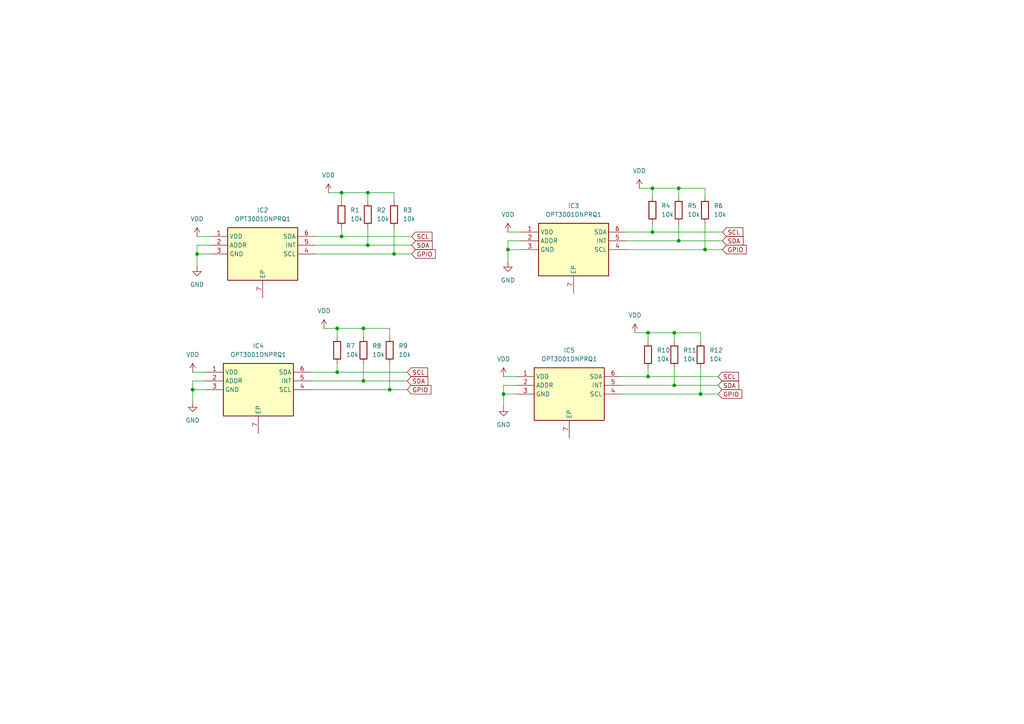
<source format=kicad_sch>
(kicad_sch (version 20250114) (generator "eeschema") (generator_version "9.0")
  (paper "A4")
  (lib_symbols
    (symbol "Device:R" (pin_numbers (hide yes)) (pin_names (offset 0))
      (property "Reference" "R" (at 2.032 0 90))
      (property "Value" "R" (at 0 0 90))
      (symbol "R_0_1"
        (rectangle (start -1.016 -2.54) (end 1.016 2.54) (stroke (width 0.254)))
      )
      (symbol "R_1_1"
        (pin passive line (at 0 3.81 270) (length 1.27) (name "~") (number "1"))
        (pin passive line (at 0 -3.81 90) (length 1.27) (name "~") (number "2"))
      )
    )
    (symbol "OPT3001DNPRQ1:OPT3001DNPRQ1"
      (property "Reference" "IC" (at 26.67 7.62 0))
      (property "Value" "OPT3001DNPRQ1" (at 26.67 5.08 0))
      (symbol "OPT3001DNPRQ1_1_1"
        (rectangle (start 5.08 2.54) (end 25.4 -12.7) (stroke (width 0.254)) (fill (type background)))
        (pin passive line (at 0 0 0) (length 5.08) (name "VDD") (number "1"))
        (pin passive line (at 0 -2.54 0) (length 5.08) (name "ADDR") (number "2"))
        (pin passive line (at 0 -5.08 0) (length 5.08) (name "GND") (number "3"))
        (pin passive line (at 15.24 -17.78 90) (length 5.08) (name "EP") (number "7"))
        (pin passive line (at 30.48 0 180) (length 5.08) (name "SDA") (number "6"))
        (pin passive line (at 30.48 -2.54 180) (length 5.08) (name "INT") (number "5"))
        (pin passive line (at 30.48 -5.08 180) (length 5.08) (name "SCL") (number "4"))
      )
    )
    (symbol "power:GND" (power) (pin_numbers (hide yes)) (pin_names (offset 0) (hide yes))
      (property "Value" "GND" (at 0 -3.81 0))
      (symbol "GND_0_1"
        (polyline (pts (xy 0 0) (xy 0 -1.27) (xy 1.27 -1.27) (xy 0 -2.54) (xy -1.27 -1.27) (xy 0 -1.27)))
      )
      (symbol "GND_1_1"
        (pin power_in line (at 0 0 270) (length 0) (name "~") (number "1"))
      )
    )
    (symbol "power:VDD" (power) (pin_numbers (hide yes)) (pin_names (offset 0) (hide yes))
      (property "Value" "VDD" (at 0 3.556 0))
      (symbol "VDD_0_1"
        (polyline (pts (xy -0.762 1.27) (xy 0 2.54)))
        (polyline (pts (xy 0 2.54) (xy 0.762 1.27)))
        (polyline (pts (xy 0 0) (xy 0 2.54)))
      )
      (symbol "VDD_1_1"
        (pin power_in line (at 0 0 90) (length 0) (name "~") (number "1"))
      )
    )
  )
  (junction (at 147.32 72.39))
  (junction (at 97.79 95.25))
  (junction (at 105.41 110.49))
  (junction (at 146.05 114.3))
  (junction (at 57.15 73.66))
  (junction (at 196.85 54.61))
  (junction (at 204.47 72.39))
  (junction (at 113.03 113.03))
  (junction (at 105.41 95.25))
  (junction (at 195.58 111.76))
  (junction (at 196.85 69.85))
  (junction (at 187.96 109.22))
  (junction (at 187.96 96.52))
  (junction (at 99.06 68.58))
  (junction (at 195.58 96.52))
  (junction (at 189.23 54.61))
  (junction (at 99.06 55.88))
  (junction (at 189.23 67.31))
  (junction (at 106.68 71.12))
  (junction (at 55.88 113.03))
  (junction (at 97.79 107.95))
  (junction (at 106.68 55.88))
  (junction (at 114.3 73.66))
  (junction (at 203.2 114.3))
  (wire (pts (xy 196.85 64.77) (xy 196.85 69.85)))
  (wire (pts (xy 93.98 95.25) (xy 97.79 95.25)))
  (wire (pts (xy 195.58 111.76) (xy 208.28 111.76)))
  (wire (pts (xy 90.17 107.95) (xy 97.79 107.95)))
  (wire (pts (xy 105.41 105.41) (xy 105.41 110.49)))
  (wire (pts (xy 146.05 114.3) (xy 146.05 118.11)))
  (wire (pts (xy 97.79 95.25) (xy 97.79 97.79)))
  (wire (pts (xy 149.86 114.3) (xy 146.05 114.3)))
  (wire (pts (xy 95.25 55.88) (xy 99.06 55.88)))
  (wire (pts (xy 114.3 66.04) (xy 114.3 73.66)))
  (wire (pts (xy 189.23 67.31) (xy 209.55 67.31)))
  (wire (pts (xy 90.17 110.49) (xy 105.41 110.49)))
  (wire (pts (xy 196.85 54.61) (xy 196.85 57.15)))
  (wire (pts (xy 180.34 111.76) (xy 195.58 111.76)))
  (wire (pts (xy 195.58 96.52) (xy 195.58 99.06)))
  (wire (pts (xy 151.13 69.85) (xy 147.32 69.85)))
  (wire (pts (xy 99.06 55.88) (xy 99.06 58.42)))
  (wire (pts (xy 60.96 73.66) (xy 57.15 73.66)))
  (wire (pts (xy 99.06 68.58) (xy 119.38 68.58)))
  (wire (pts (xy 147.32 72.39) (xy 147.32 76.2)))
  (wire (pts (xy 97.79 107.95) (xy 118.11 107.95)))
  (wire (pts (xy 187.96 109.22) (xy 208.28 109.22)))
  (wire (pts (xy 185.42 54.61) (xy 189.23 54.61)))
  (wire (pts (xy 99.06 55.88) (xy 106.68 55.88)))
  (wire (pts (xy 147.32 69.85) (xy 147.32 72.39)))
  (wire (pts (xy 181.61 69.85) (xy 196.85 69.85)))
  (wire (pts (xy 57.15 71.12) (xy 57.15 73.66)))
  (wire (pts (xy 151.13 72.39) (xy 147.32 72.39)))
  (wire (pts (xy 203.2 114.3) (xy 208.28 114.3)))
  (wire (pts (xy 97.79 95.25) (xy 105.41 95.25)))
  (wire (pts (xy 196.85 54.61) (xy 204.47 54.61)))
  (wire (pts (xy 59.69 110.49) (xy 55.88 110.49)))
  (wire (pts (xy 149.86 111.76) (xy 146.05 111.76)))
  (wire (pts (xy 184.15 96.52) (xy 187.96 96.52)))
  (wire (pts (xy 57.15 68.58) (xy 60.96 68.58)))
  (wire (pts (xy 106.68 55.88) (xy 114.3 55.88)))
  (wire (pts (xy 91.44 71.12) (xy 106.68 71.12)))
  (wire (pts (xy 55.88 107.95) (xy 59.69 107.95)))
  (wire (pts (xy 106.68 71.12) (xy 119.38 71.12)))
  (wire (pts (xy 187.96 106.68) (xy 187.96 109.22)))
  (wire (pts (xy 195.58 96.52) (xy 203.2 96.52)))
  (wire (pts (xy 114.3 55.88) (xy 114.3 58.42)))
  (wire (pts (xy 181.61 67.31) (xy 189.23 67.31)))
  (wire (pts (xy 105.41 95.25) (xy 105.41 97.79)))
  (wire (pts (xy 55.88 113.03) (xy 55.88 116.84)))
  (wire (pts (xy 113.03 105.41) (xy 113.03 113.03)))
  (wire (pts (xy 189.23 54.61) (xy 196.85 54.61)))
  (wire (pts (xy 180.34 114.3) (xy 203.2 114.3)))
  (wire (pts (xy 91.44 73.66) (xy 114.3 73.66)))
  (wire (pts (xy 146.05 109.22) (xy 149.86 109.22)))
  (wire (pts (xy 106.68 55.88) (xy 106.68 58.42)))
  (wire (pts (xy 57.15 73.66) (xy 57.15 77.47)))
  (wire (pts (xy 187.96 96.52) (xy 195.58 96.52)))
  (wire (pts (xy 204.47 64.77) (xy 204.47 72.39)))
  (wire (pts (xy 99.06 66.04) (xy 99.06 68.58)))
  (wire (pts (xy 204.47 54.61) (xy 204.47 57.15)))
  (wire (pts (xy 147.32 67.31) (xy 151.13 67.31)))
  (wire (pts (xy 195.58 106.68) (xy 195.58 111.76)))
  (wire (pts (xy 189.23 54.61) (xy 189.23 57.15)))
  (wire (pts (xy 196.85 69.85) (xy 209.55 69.85)))
  (wire (pts (xy 55.88 110.49) (xy 55.88 113.03)))
  (wire (pts (xy 189.23 64.77) (xy 189.23 67.31)))
  (wire (pts (xy 106.68 66.04) (xy 106.68 71.12)))
  (wire (pts (xy 91.44 68.58) (xy 99.06 68.58)))
  (wire (pts (xy 59.69 113.03) (xy 55.88 113.03)))
  (wire (pts (xy 203.2 96.52) (xy 203.2 99.06)))
  (wire (pts (xy 114.3 73.66) (xy 119.38 73.66)))
  (wire (pts (xy 180.34 109.22) (xy 187.96 109.22)))
  (wire (pts (xy 90.17 113.03) (xy 113.03 113.03)))
  (wire (pts (xy 105.41 110.49) (xy 118.11 110.49)))
  (wire (pts (xy 105.41 95.25) (xy 113.03 95.25)))
  (wire (pts (xy 113.03 113.03) (xy 118.11 113.03)))
  (wire (pts (xy 203.2 106.68) (xy 203.2 114.3)))
  (wire (pts (xy 146.05 111.76) (xy 146.05 114.3)))
  (wire (pts (xy 204.47 72.39) (xy 209.55 72.39)))
  (wire (pts (xy 187.96 96.52) (xy 187.96 99.06)))
  (wire (pts (xy 60.96 71.12) (xy 57.15 71.12)))
  (wire (pts (xy 97.79 105.41) (xy 97.79 107.95)))
  (wire (pts (xy 113.03 95.25) (xy 113.03 97.79)))
  (wire (pts (xy 181.61 72.39) (xy 204.47 72.39)))
  (global_label "GPIO" (shape input) (at 118.11 113.03 0) (property "Intersheetrefs" "${INTERSHEET_REFS}" (effects (hide yes))))
  (global_label "SDA" (shape input) (at 208.28 111.76 0) (property "Intersheetrefs" "${INTERSHEET_REFS}" (effects (hide yes))))
  (global_label "GPIO" (shape input) (at 119.38 73.66 0) (property "Intersheetrefs" "${INTERSHEET_REFS}" (effects (hide yes))))
  (global_label "GPIO" (shape input) (at 209.55 72.39 0) (property "Intersheetrefs" "${INTERSHEET_REFS}" (effects (hide yes))))
  (global_label "SDA" (shape input) (at 209.55 69.85 0) (property "Intersheetrefs" "${INTERSHEET_REFS}" (effects (hide yes))))
  (global_label "GPIO" (shape input) (at 208.28 114.3 0) (property "Intersheetrefs" "${INTERSHEET_REFS}" (effects (hide yes))))
  (global_label "SCL" (shape input) (at 208.28 109.22 0) (property "Intersheetrefs" "${INTERSHEET_REFS}" (effects (hide yes))))
  (global_label "SDA" (shape input) (at 118.11 110.49 0) (property "Intersheetrefs" "${INTERSHEET_REFS}" (effects (hide yes))))
  (global_label "SDA" (shape input) (at 119.38 71.12 0) (property "Intersheetrefs" "${INTERSHEET_REFS}" (effects (hide yes))))
  (global_label "SCL" (shape input) (at 209.55 67.31 0) (property "Intersheetrefs" "${INTERSHEET_REFS}" (effects (hide yes))))
  (global_label "SCL" (shape input) (at 119.38 68.58 0) (property "Intersheetrefs" "${INTERSHEET_REFS}" (effects (hide yes))))
  (global_label "SCL" (shape input) (at 118.11 107.95 0) (property "Intersheetrefs" "${INTERSHEET_REFS}" (effects (hide yes))))
  (symbol (lib_id "power:GND") (at 146.05 118.11 0) (unit 1)
    (property "Reference" "#PWR011" (effects (hide yes)))
    (property "Value" "GND" (at 146.05 123.19 0))
    (property "Description" "Power symbol creates a global label with name \"GND\" , ground" (effects (hide yes)))
  )
  (symbol (lib_id "power:VDD") (at 55.88 107.95 0) (unit 1)
    (property "Reference" "#PWR07" (effects (hide yes)))
    (property "Value" "VDD" (at 55.88 102.87 0))
    (property "Description" "Power symbol creates a global label with name \"VDD\"" (effects (hide yes)))
  )
  (symbol (lib_id "power:GND") (at 147.32 76.2 0) (unit 1)
    (property "Reference" "#PWR05" (effects (hide yes)))
    (property "Value" "GND" (at 147.32 81.28 0))
    (property "Description" "Power symbol creates a global label with name \"GND\" , ground" (effects (hide yes)))
  )
  (symbol (lib_id "power:GND") (at 55.88 116.84 0) (unit 1)
    (property "Reference" "#PWR08" (effects (hide yes)))
    (property "Value" "GND" (at 55.88 121.92 0))
    (property "Description" "Power symbol creates a global label with name \"GND\" , ground" (effects (hide yes)))
  )
  (symbol (lib_id "Device:R") (at 114.3 62.23 0) (unit 1)
    (property "Reference" "R3" (at 116.84 60.9599 0) (effects (justify left)))
    (property "Value" "10k" (at 116.84 63.4999 0) (effects (justify left)))
    (property "Description" "Resistor" (effects (hide yes)))
  )
  (symbol (lib_id "power:VDD") (at 185.42 54.61 0) (unit 1)
    (property "Reference" "#PWR06" (effects (hide yes)))
    (property "Value" "VDD" (at 185.42 49.53 0))
    (property "Description" "Power symbol creates a global label with name \"VDD\"" (effects (hide yes)))
  )
  (symbol (lib_id "Device:R") (at 204.47 60.96 0) (unit 1)
    (property "Reference" "R6" (at 207.01 59.6899 0) (effects (justify left)))
    (property "Value" "10k" (at 207.01 62.2299 0) (effects (justify left)))
    (property "Description" "Resistor" (effects (hide yes)))
  )
  (symbol (lib_id "Device:R") (at 105.41 101.6 0) (unit 1)
    (property "Reference" "R8" (at 107.95 100.3299 0) (effects (justify left)))
    (property "Value" "10k" (at 107.95 102.8699 0) (effects (justify left)))
    (property "Description" "Resistor" (effects (hide yes)))
  )
  (symbol (lib_id "Device:R") (at 113.03 101.6 0) (unit 1)
    (property "Reference" "R9" (at 115.57 100.3299 0) (effects (justify left)))
    (property "Value" "10k" (at 115.57 102.8699 0) (effects (justify left)))
    (property "Description" "Resistor" (effects (hide yes)))
  )
  (symbol (lib_id "Device:R") (at 195.58 102.87 0) (unit 1)
    (property "Reference" "R11" (at 198.12 101.5999 0) (effects (justify left)))
    (property "Value" "10k" (at 198.12 104.1399 0) (effects (justify left)))
    (property "Description" "Resistor" (effects (hide yes)))
  )
  (symbol (lib_id "OPT3001DNPRQ1:OPT3001DNPRQ1") (at 149.86 109.22 0) (unit 1)
    (property "Reference" "IC5" (at 165.1 101.6 0))
    (property "Value" "OPT3001DNPRQ1" (at 165.1 104.14 0))
    (property "Footprint" "OPT3001DNDPRQ1:SON65P200X200X65-7N-D" (effects (hide yes)))
    (property "Datasheet" "http://www.ti.com/lit/gpn/OPT3001-Q1" (effects (hide yes)))
    (property "Description" "Automotive digital ambient light sensor (ALS) with high-precision human-eye response" (effects (hide yes)))
    (property "Height" "0.65" (effects (hide yes)))
    (property "Mouser Part Number" "595-OPT3001DNPRQ1" (effects (hide yes)))
    (property "Mouser Price/Stock" "https://www.mouser.co.uk/ProductDetail/Texas-Instruments/OPT3001DNPRQ1?qs=F5EMLAvA7IAmN2MDU1xuSw%3D%3D" (effects (hide yes)))
    (property "Manufacturer_Name" "Texas Instruments" (effects (hide yes)))
    (property "Manufacturer_Part_Number" "OPT3001DNPRQ1" (effects (hide yes)))
  )
  (symbol (lib_id "Device:R") (at 187.96 102.87 0) (unit 1)
    (property "Reference" "R10" (at 190.5 101.5999 0) (effects (justify left)))
    (property "Value" "10k" (at 190.5 104.1399 0) (effects (justify left)))
    (property "Description" "Resistor" (effects (hide yes)))
  )
  (symbol (lib_id "power:VDD") (at 184.15 96.52 0) (unit 1)
    (property "Reference" "#PWR012" (effects (hide yes)))
    (property "Value" "VDD" (at 184.15 91.44 0))
    (property "Description" "Power symbol creates a global label with name \"VDD\"" (effects (hide yes)))
  )
  (symbol (lib_id "Device:R") (at 189.23 60.96 0) (unit 1)
    (property "Reference" "R4" (at 191.77 59.6899 0) (effects (justify left)))
    (property "Value" "10k" (at 191.77 62.2299 0) (effects (justify left)))
    (property "Description" "Resistor" (effects (hide yes)))
  )
  (symbol (lib_id "power:VDD") (at 146.05 109.22 0) (unit 1)
    (property "Reference" "#PWR010" (effects (hide yes)))
    (property "Value" "VDD" (at 146.05 104.14 0))
    (property "Description" "Power symbol creates a global label with name \"VDD\"" (effects (hide yes)))
  )
  (symbol (lib_id "OPT3001DNPRQ1:OPT3001DNPRQ1") (at 151.13 67.31 0) (unit 1)
    (property "Reference" "IC3" (at 166.37 59.69 0))
    (property "Value" "OPT3001DNPRQ1" (at 166.37 62.23 0))
    (property "Footprint" "OPT3001DNDPRQ1:SON65P200X200X65-7N-D" (effects (hide yes)))
    (property "Datasheet" "http://www.ti.com/lit/gpn/OPT3001-Q1" (effects (hide yes)))
    (property "Description" "Automotive digital ambient light sensor (ALS) with high-precision human-eye response" (effects (hide yes)))
    (property "Height" "0.65" (effects (hide yes)))
    (property "Mouser Part Number" "595-OPT3001DNPRQ1" (effects (hide yes)))
    (property "Mouser Price/Stock" "https://www.mouser.co.uk/ProductDetail/Texas-Instruments/OPT3001DNPRQ1?qs=F5EMLAvA7IAmN2MDU1xuSw%3D%3D" (effects (hide yes)))
    (property "Manufacturer_Name" "Texas Instruments" (effects (hide yes)))
    (property "Manufacturer_Part_Number" "OPT3001DNPRQ1" (effects (hide yes)))
  )
  (symbol (lib_id "OPT3001DNPRQ1:OPT3001DNPRQ1") (at 59.69 107.95 0) (unit 1)
    (property "Reference" "IC4" (at 74.93 100.33 0))
    (property "Value" "OPT3001DNPRQ1" (at 74.93 102.87 0))
    (property "Footprint" "OPT3001DNDPRQ1:SON65P200X200X65-7N-D" (effects (hide yes)))
    (property "Datasheet" "http://www.ti.com/lit/gpn/OPT3001-Q1" (effects (hide yes)))
    (property "Description" "Automotive digital ambient light sensor (ALS) with high-precision human-eye response" (effects (hide yes)))
    (property "Height" "0.65" (effects (hide yes)))
    (property "Mouser Part Number" "595-OPT3001DNPRQ1" (effects (hide yes)))
    (property "Mouser Price/Stock" "https://www.mouser.co.uk/ProductDetail/Texas-Instruments/OPT3001DNPRQ1?qs=F5EMLAvA7IAmN2MDU1xuSw%3D%3D" (effects (hide yes)))
    (property "Manufacturer_Name" "Texas Instruments" (effects (hide yes)))
    (property "Manufacturer_Part_Number" "OPT3001DNPRQ1" (effects (hide yes)))
  )
  (symbol (lib_id "Device:R") (at 196.85 60.96 0) (unit 1)
    (property "Reference" "R5" (at 199.39 59.6899 0) (effects (justify left)))
    (property "Value" "10k" (at 199.39 62.2299 0) (effects (justify left)))
    (property "Description" "Resistor" (effects (hide yes)))
  )
  (symbol (lib_id "power:GND") (at 57.15 77.47 0) (unit 1)
    (property "Reference" "#PWR01" (effects (hide yes)))
    (property "Value" "GND" (at 57.15 82.55 0))
    (property "Description" "Power symbol creates a global label with name \"GND\" , ground" (effects (hide yes)))
  )
  (symbol (lib_id "Device:R") (at 106.68 62.23 0) (unit 1)
    (property "Reference" "R2" (at 109.22 60.9599 0) (effects (justify left)))
    (property "Value" "10k" (at 109.22 63.4999 0) (effects (justify left)))
    (property "Description" "Resistor" (effects (hide yes)))
  )
  (symbol (lib_id "OPT3001DNPRQ1:OPT3001DNPRQ1") (at 60.96 68.58 0) (unit 1)
    (property "Reference" "IC2" (at 76.2 60.96 0))
    (property "Value" "OPT3001DNPRQ1" (at 76.2 63.5 0))
    (property "Footprint" "OPT3001DNDPRQ1:SON65P200X200X65-7N-D" (effects (hide yes)))
    (property "Datasheet" "http://www.ti.com/lit/gpn/OPT3001-Q1" (effects (hide yes)))
    (property "Description" "Automotive digital ambient light sensor (ALS) with high-precision human-eye response" (effects (hide yes)))
    (property "Height" "0.65" (effects (hide yes)))
    (property "Mouser Part Number" "595-OPT3001DNPRQ1" (effects (hide yes)))
    (property "Mouser Price/Stock" "https://www.mouser.co.uk/ProductDetail/Texas-Instruments/OPT3001DNPRQ1?qs=F5EMLAvA7IAmN2MDU1xuSw%3D%3D" (effects (hide yes)))
    (property "Manufacturer_Name" "Texas Instruments" (effects (hide yes)))
    (property "Manufacturer_Part_Number" "OPT3001DNPRQ1" (effects (hide yes)))
  )
  (symbol (lib_id "power:VDD") (at 95.25 55.88 0) (unit 1)
    (property "Reference" "#PWR03" (effects (hide yes)))
    (property "Value" "VDD" (at 95.25 50.8 0))
    (property "Description" "Power symbol creates a global label with name \"VDD\"" (effects (hide yes)))
  )
  (symbol (lib_id "power:VDD") (at 57.15 68.58 0) (unit 1)
    (property "Reference" "#PWR02" (effects (hide yes)))
    (property "Value" "VDD" (at 57.15 63.5 0))
    (property "Description" "Power symbol creates a global label with name \"VDD\"" (effects (hide yes)))
  )
  (symbol (lib_id "Device:R") (at 203.2 102.87 0) (unit 1)
    (property "Reference" "R12" (at 205.74 101.5999 0) (effects (justify left)))
    (property "Value" "10k" (at 205.74 104.1399 0) (effects (justify left)))
    (property "Description" "Resistor" (effects (hide yes)))
  )
  (symbol (lib_id "power:VDD") (at 93.98 95.25 0) (unit 1)
    (property "Reference" "#PWR09" (effects (hide yes)))
    (property "Value" "VDD" (at 93.98 90.17 0))
    (property "Description" "Power symbol creates a global label with name \"VDD\"" (effects (hide yes)))
  )
  (symbol (lib_id "power:VDD") (at 147.32 67.31 0) (unit 1)
    (property "Reference" "#PWR04" (effects (hide yes)))
    (property "Value" "VDD" (at 147.32 62.23 0))
    (property "Description" "Power symbol creates a global label with name \"VDD\"" (effects (hide yes)))
  )
  (symbol (lib_id "Device:R") (at 97.79 101.6 0) (unit 1)
    (property "Reference" "R7" (at 100.33 100.3299 0) (effects (justify left)))
    (property "Value" "10k" (at 100.33 102.8699 0) (effects (justify left)))
    (property "Description" "Resistor" (effects (hide yes)))
  )
  (symbol (lib_id "Device:R") (at 99.06 62.23 0) (unit 1)
    (property "Reference" "R1" (at 101.6 60.9599 0) (effects (justify left)))
    (property "Value" "10k" (at 101.6 63.4999 0) (effects (justify left)))
    (property "Description" "Resistor" (effects (hide yes)))
  )
)
</source>
